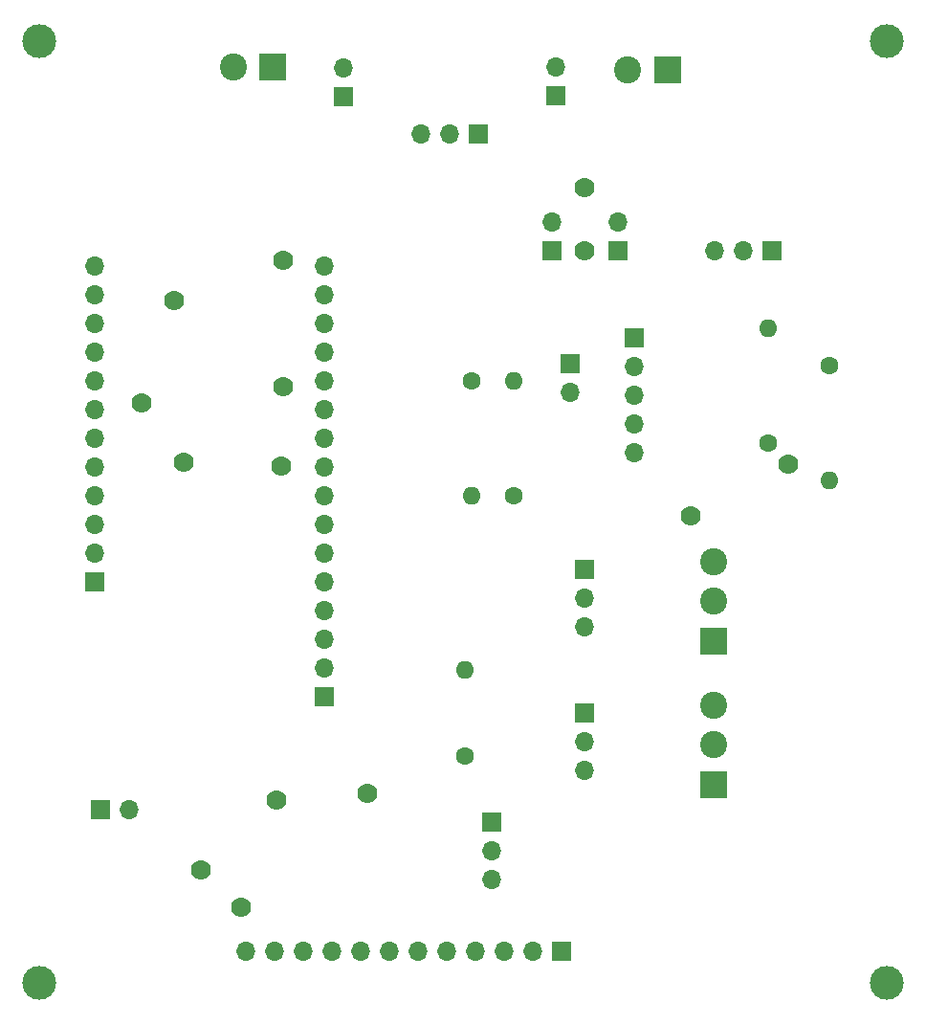
<source format=gbr>
G04 #@! TF.GenerationSoftware,KiCad,Pcbnew,5.0.2-bee76a0~70~ubuntu18.04.1*
G04 #@! TF.CreationDate,2019-07-28T23:18:03-04:00*
G04 #@! TF.ProjectId,knuth-gateway,6b6e7574-682d-4676-9174-657761792e6b,rev?*
G04 #@! TF.SameCoordinates,Original*
G04 #@! TF.FileFunction,Copper,L1,Top*
G04 #@! TF.FilePolarity,Positive*
%FSLAX46Y46*%
G04 Gerber Fmt 4.6, Leading zero omitted, Abs format (unit mm)*
G04 Created by KiCad (PCBNEW 5.0.2-bee76a0~70~ubuntu18.04.1) date Sun 28 Jul 2019 11:18:03 PM EDT*
%MOMM*%
%LPD*%
G01*
G04 APERTURE LIST*
G04 #@! TA.AperFunction,ComponentPad*
%ADD10R,1.700000X1.700000*%
G04 #@! TD*
G04 #@! TA.AperFunction,ComponentPad*
%ADD11O,1.700000X1.700000*%
G04 #@! TD*
G04 #@! TA.AperFunction,ComponentPad*
%ADD12C,1.600000*%
G04 #@! TD*
G04 #@! TA.AperFunction,ComponentPad*
%ADD13O,1.600000X1.600000*%
G04 #@! TD*
G04 #@! TA.AperFunction,ComponentPad*
%ADD14C,2.400000*%
G04 #@! TD*
G04 #@! TA.AperFunction,ComponentPad*
%ADD15R,2.400000X2.400000*%
G04 #@! TD*
G04 #@! TA.AperFunction,ViaPad*
%ADD16C,3.000000*%
G04 #@! TD*
G04 #@! TA.AperFunction,ViaPad*
%ADD17C,1.778000*%
G04 #@! TD*
G04 APERTURE END LIST*
D10*
G04 #@! TO.P,R_Delay1,1*
G04 #@! TO.N,GND*
X124460000Y-105156000D03*
D11*
G04 #@! TO.P,R_Delay1,2*
G04 #@! TO.N,Net-(R_Delay1-Pad2)*
X124460000Y-107696000D03*
G04 #@! TD*
D10*
G04 #@! TO.P,U4,1*
G04 #@! TO.N,SWITCHED_LOAD*
X130175000Y-102870000D03*
D11*
G04 #@! TO.P,U4,2*
G04 #@! TO.N,GND*
X130175000Y-105410000D03*
G04 #@! TO.P,U4,3*
G04 #@! TO.N,Net-(R_Delay1-Pad2)*
X130175000Y-107950000D03*
G04 #@! TO.P,U4,4*
G04 #@! TO.N,VBUS*
X130175000Y-110490000D03*
G04 #@! TO.P,U4,5*
G04 #@! TO.N,D10*
X130175000Y-113030000D03*
G04 #@! TD*
G04 #@! TO.P,1-Wire1,3*
G04 #@! TO.N,D5*
X125730000Y-141097000D03*
G04 #@! TO.P,1-Wire1,2*
G04 #@! TO.N,+3V3*
X125730000Y-138557000D03*
D10*
G04 #@! TO.P,1-Wire1,1*
G04 #@! TO.N,GND*
X125730000Y-136017000D03*
G04 #@! TD*
G04 #@! TO.P,EC-5,1*
G04 #@! TO.N,A0*
X125730000Y-123317000D03*
D11*
G04 #@! TO.P,EC-5,2*
G04 #@! TO.N,GND*
X125730000Y-125857000D03*
G04 #@! TO.P,EC-5,3*
G04 #@! TO.N,+3V3*
X125730000Y-128397000D03*
G04 #@! TD*
D10*
G04 #@! TO.P,J1,1*
G04 #@! TO.N,N/C*
X82423000Y-124460000D03*
D11*
G04 #@! TO.P,J1,2*
X82423000Y-121920000D03*
G04 #@! TO.P,J1,3*
G04 #@! TO.N,VBUS*
X82423000Y-119380000D03*
G04 #@! TO.P,J1,4*
G04 #@! TO.N,N/C*
X82423000Y-116840000D03*
G04 #@! TO.P,J1,5*
G04 #@! TO.N,D12*
X82423000Y-114300000D03*
G04 #@! TO.P,J1,6*
G04 #@! TO.N,D11*
X82423000Y-111760000D03*
G04 #@! TO.P,J1,7*
G04 #@! TO.N,D10*
X82423000Y-109220000D03*
G04 #@! TO.P,J1,8*
G04 #@! TO.N,N/C*
X82423000Y-106680000D03*
G04 #@! TO.P,J1,9*
X82423000Y-104140000D03*
G04 #@! TO.P,J1,10*
G04 #@! TO.N,D5*
X82423000Y-101600000D03*
G04 #@! TO.P,J1,11*
G04 #@! TO.N,N/C*
X82423000Y-99060000D03*
G04 #@! TO.P,J1,12*
X82423000Y-96520000D03*
G04 #@! TD*
D10*
G04 #@! TO.P,J2,1*
G04 #@! TO.N,N/C*
X102743000Y-134620000D03*
D11*
G04 #@! TO.P,J2,2*
G04 #@! TO.N,+3V3*
X102743000Y-132080000D03*
G04 #@! TO.P,J2,3*
G04 #@! TO.N,N/C*
X102743000Y-129540000D03*
G04 #@! TO.P,J2,4*
G04 #@! TO.N,GND*
X102743000Y-127000000D03*
G04 #@! TO.P,J2,5*
G04 #@! TO.N,A0*
X102743000Y-124460000D03*
G04 #@! TO.P,J2,6*
G04 #@! TO.N,A1*
X102743000Y-121920000D03*
G04 #@! TO.P,J2,7*
G04 #@! TO.N,N/C*
X102743000Y-119380000D03*
G04 #@! TO.P,J2,8*
X102743000Y-116840000D03*
G04 #@! TO.P,J2,9*
X102743000Y-114300000D03*
G04 #@! TO.P,J2,10*
G04 #@! TO.N,A5*
X102743000Y-111760000D03*
G04 #@! TO.P,J2,11*
G04 #@! TO.N,N/C*
X102743000Y-109220000D03*
G04 #@! TO.P,J2,12*
X102743000Y-106680000D03*
G04 #@! TO.P,J2,13*
X102743000Y-104140000D03*
G04 #@! TO.P,J2,14*
G04 #@! TO.N,FEATHER_RX*
X102743000Y-101600000D03*
G04 #@! TO.P,J2,15*
G04 #@! TO.N,FEATHER_TX*
X102743000Y-99060000D03*
G04 #@! TO.P,J2,16*
G04 #@! TO.N,N/C*
X102743000Y-96520000D03*
G04 #@! TD*
D12*
G04 #@! TO.P,RP1,1*
G04 #@! TO.N,D5*
X115125500Y-139890500D03*
D13*
G04 #@! TO.P,RP1,2*
G04 #@! TO.N,+3V3*
X115125500Y-132270500D03*
G04 #@! TD*
D11*
G04 #@! TO.P,J3,2*
G04 #@! TO.N,GND*
X122872500Y-92583000D03*
D10*
G04 #@! TO.P,J3,1*
G04 #@! TO.N,BATT*
X122872500Y-95123000D03*
G04 #@! TD*
G04 #@! TO.P,J4,1*
G04 #@! TO.N,LOAD*
X128714500Y-95123000D03*
D11*
G04 #@! TO.P,J4,2*
G04 #@! TO.N,GND*
X128714500Y-92583000D03*
G04 #@! TD*
G04 #@! TO.P,J5,3*
G04 #@! TO.N,N/C*
X137287000Y-95123000D03*
G04 #@! TO.P,J5,2*
G04 #@! TO.N,SWITCHED_LOAD*
X139827000Y-95123000D03*
D10*
G04 #@! TO.P,J5,1*
G04 #@! TO.N,LOAD*
X142367000Y-95123000D03*
G04 #@! TD*
G04 #@! TO.P,J6,1*
G04 #@! TO.N,D12*
X117538500Y-145732500D03*
D11*
G04 #@! TO.P,J6,2*
G04 #@! TO.N,GND*
X117538500Y-148272500D03*
G04 #@! TO.P,J6,3*
G04 #@! TO.N,KEY*
X117538500Y-150812500D03*
G04 #@! TD*
D10*
G04 #@! TO.P,J7,1*
G04 #@! TO.N,D11*
X82931000Y-144589500D03*
D11*
G04 #@! TO.P,J7,2*
G04 #@! TO.N,PS*
X85471000Y-144589500D03*
G04 #@! TD*
D14*
G04 #@! TO.P,J8,3*
G04 #@! TO.N,GND*
X137160000Y-135367000D03*
G04 #@! TO.P,J8,2*
G04 #@! TO.N,+3V3*
X137160000Y-138867000D03*
D15*
G04 #@! TO.P,J8,1*
G04 #@! TO.N,D5*
X137160000Y-142367000D03*
G04 #@! TD*
G04 #@! TO.P,J9,1*
G04 #@! TO.N,+3V3*
X137160000Y-129667000D03*
D14*
G04 #@! TO.P,J9,2*
G04 #@! TO.N,GND*
X137160000Y-126167000D03*
G04 #@! TO.P,J9,3*
G04 #@! TO.N,A0*
X137160000Y-122667000D03*
G04 #@! TD*
D10*
G04 #@! TO.P,U1,1*
G04 #@! TO.N,BATT*
X123698000Y-157099000D03*
D11*
G04 #@! TO.P,U1,2*
G04 #@! TO.N,GND*
X121158000Y-157099000D03*
G04 #@! TO.P,U1,3*
G04 #@! TO.N,N/C*
X118618000Y-157099000D03*
G04 #@! TO.P,U1,4*
X116078000Y-157099000D03*
G04 #@! TO.P,U1,5*
X113538000Y-157099000D03*
G04 #@! TO.P,U1,6*
G04 #@! TO.N,PS*
X110998000Y-157099000D03*
G04 #@! TO.P,U1,7*
G04 #@! TO.N,KEY*
X108458000Y-157099000D03*
G04 #@! TO.P,U1,8*
G04 #@! TO.N,N/C*
X105918000Y-157099000D03*
G04 #@! TO.P,U1,9*
G04 #@! TO.N,FEATHER_RX*
X103378000Y-157099000D03*
G04 #@! TO.P,U1,10*
G04 #@! TO.N,FEATHER_TX*
X100838000Y-157099000D03*
G04 #@! TO.P,U1,11*
G04 #@! TO.N,N/C*
X98298000Y-157099000D03*
G04 #@! TO.P,U1,12*
G04 #@! TO.N,+3V3*
X95758000Y-157099000D03*
G04 #@! TD*
D12*
G04 #@! TO.P,RD1,1*
G04 #@! TO.N,BATT*
X115760500Y-106680000D03*
D13*
G04 #@! TO.P,RD1,2*
G04 #@! TO.N,A5*
X115760500Y-116840000D03*
G04 #@! TD*
G04 #@! TO.P,RD2,2*
G04 #@! TO.N,GND*
X119443500Y-106680000D03*
D12*
G04 #@! TO.P,RD2,1*
G04 #@! TO.N,A5*
X119443500Y-116840000D03*
G04 #@! TD*
D10*
G04 #@! TO.P,J11,1*
G04 #@! TO.N,5V_OUT*
X104394000Y-81534000D03*
D11*
G04 #@! TO.P,J11,2*
G04 #@! TO.N,GND*
X104394000Y-78994000D03*
G04 #@! TD*
G04 #@! TO.P,J12,2*
G04 #@! TO.N,GND*
X123190000Y-78867000D03*
D10*
G04 #@! TO.P,J12,1*
G04 #@! TO.N,EXT_BAT*
X123190000Y-81407000D03*
G04 #@! TD*
D14*
G04 #@! TO.P,alligator1,2*
G04 #@! TO.N,EXT_BAT*
X129596000Y-79121000D03*
D15*
G04 #@! TO.P,alligator1,1*
G04 #@! TO.N,GND*
X133096000Y-79121000D03*
G04 #@! TD*
G04 #@! TO.P,dc_jack1,1*
G04 #@! TO.N,5V_OUT*
X98171000Y-78867000D03*
D14*
G04 #@! TO.P,dc_jack1,2*
G04 #@! TO.N,GND*
X94671000Y-78867000D03*
G04 #@! TD*
D10*
G04 #@! TO.P,vlx1,1*
G04 #@! TO.N,EXT_BAT*
X116332000Y-84836000D03*
D11*
G04 #@! TO.P,vlx1,2*
G04 #@! TO.N,GND*
X113792000Y-84836000D03*
G04 #@! TO.P,vlx1,3*
G04 #@! TO.N,5V_OUT*
X111252000Y-84836000D03*
G04 #@! TD*
D13*
G04 #@! TO.P,RE1,2*
G04 #@! TO.N,A1*
X147447000Y-115443000D03*
D12*
G04 #@! TO.P,RE1,1*
G04 #@! TO.N,EXT_BAT*
X147447000Y-105283000D03*
G04 #@! TD*
G04 #@! TO.P,RE2,1*
G04 #@! TO.N,A1*
X141986000Y-112141000D03*
D13*
G04 #@! TO.P,RE2,2*
G04 #@! TO.N,GND*
X141986000Y-101981000D03*
G04 #@! TD*
D16*
G04 #@! TO.N,*
X77470000Y-76602000D03*
X152527000Y-76602000D03*
X152527000Y-159914000D03*
X77470000Y-159914000D03*
D17*
G04 #@! TO.N,+3V3*
X95377000Y-153225500D03*
X106553000Y-143192500D03*
G04 #@! TO.N,D5*
X98869500Y-114236500D03*
X90233500Y-113855500D03*
G04 #@! TO.N,A5*
X99060000Y-107188000D03*
X99060000Y-96012000D03*
G04 #@! TO.N,VBUS*
X86550500Y-108585000D03*
X89408000Y-99568000D03*
G04 #@! TO.N,D12*
X91821000Y-149923500D03*
X98488500Y-143764000D03*
G04 #@! TO.N,BATT*
X125730000Y-95123000D03*
X125730000Y-89535000D03*
G04 #@! TO.N,A1*
X135128000Y-118618000D03*
X143764000Y-114046000D03*
G04 #@! TD*
M02*

</source>
